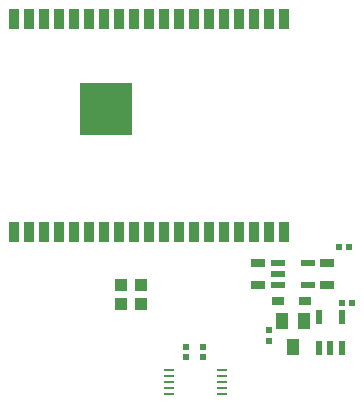
<source format=gbr>
G04 EAGLE Gerber RS-274X export*
G75*
%MOMM*%
%FSLAX34Y34*%
%LPD*%
%INSolderpaste Bottom*%
%IPPOS*%
%AMOC8*
5,1,8,0,0,1.08239X$1,22.5*%
G01*
%ADD10R,0.600000X0.540000*%
%ADD11R,0.900000X1.700000*%
%ADD12R,4.500000X4.500000*%
%ADD13R,0.875000X0.250000*%
%ADD14R,1.200000X0.550000*%
%ADD15R,1.200000X0.800000*%
%ADD16R,1.100000X1.000000*%
%ADD17R,1.000000X0.800000*%
%ADD18R,1.000000X1.400000*%
%ADD19R,0.550000X1.200000*%
%ADD20R,0.540000X0.600000*%


D10*
X209550Y54100D03*
X209550Y62740D03*
X195580Y54100D03*
X195580Y62740D03*
D11*
X278130Y160360D03*
X278130Y340360D03*
X74930Y340360D03*
X49530Y340360D03*
D12*
X127430Y264160D03*
D11*
X49530Y160360D03*
X227330Y340360D03*
X214630Y160360D03*
X227330Y160360D03*
X201930Y160360D03*
X163830Y160360D03*
X214630Y340360D03*
X240030Y340360D03*
X201930Y340360D03*
X240030Y160360D03*
X151130Y160360D03*
X138430Y160360D03*
X113030Y160360D03*
X74930Y160360D03*
X62230Y160360D03*
X163830Y340360D03*
X176530Y340360D03*
X189230Y340360D03*
X138430Y340360D03*
X151130Y340360D03*
X113030Y340360D03*
X125730Y340360D03*
X125730Y160360D03*
X189230Y160360D03*
X176530Y160360D03*
X100330Y160360D03*
X265430Y160360D03*
X252730Y160360D03*
X252730Y340360D03*
X265430Y340360D03*
X100330Y340360D03*
X87630Y340360D03*
X87630Y160360D03*
X62230Y340360D03*
D13*
X225825Y43020D03*
X225825Y38020D03*
X225825Y33020D03*
X225825Y28020D03*
X225825Y23020D03*
X180575Y23020D03*
X180575Y28020D03*
X180575Y33020D03*
X180575Y38020D03*
X180575Y43020D03*
D14*
X272749Y114960D03*
X272749Y124460D03*
X272749Y133960D03*
X298751Y133960D03*
X298751Y114960D03*
D15*
X314960Y115460D03*
X314960Y133460D03*
X256540Y115460D03*
X256540Y133460D03*
D16*
X157090Y99060D03*
X140090Y99060D03*
X157090Y115570D03*
X140090Y115570D03*
D17*
X272980Y101600D03*
X295980Y101600D03*
D18*
X285750Y62660D03*
X295250Y84660D03*
X276250Y84660D03*
D19*
X327000Y61929D03*
X317500Y61929D03*
X308000Y61929D03*
X308000Y87931D03*
X327000Y87931D03*
D20*
X335790Y100330D03*
X327150Y100330D03*
X333250Y147320D03*
X324610Y147320D03*
D10*
X265430Y68070D03*
X265430Y76710D03*
M02*

</source>
